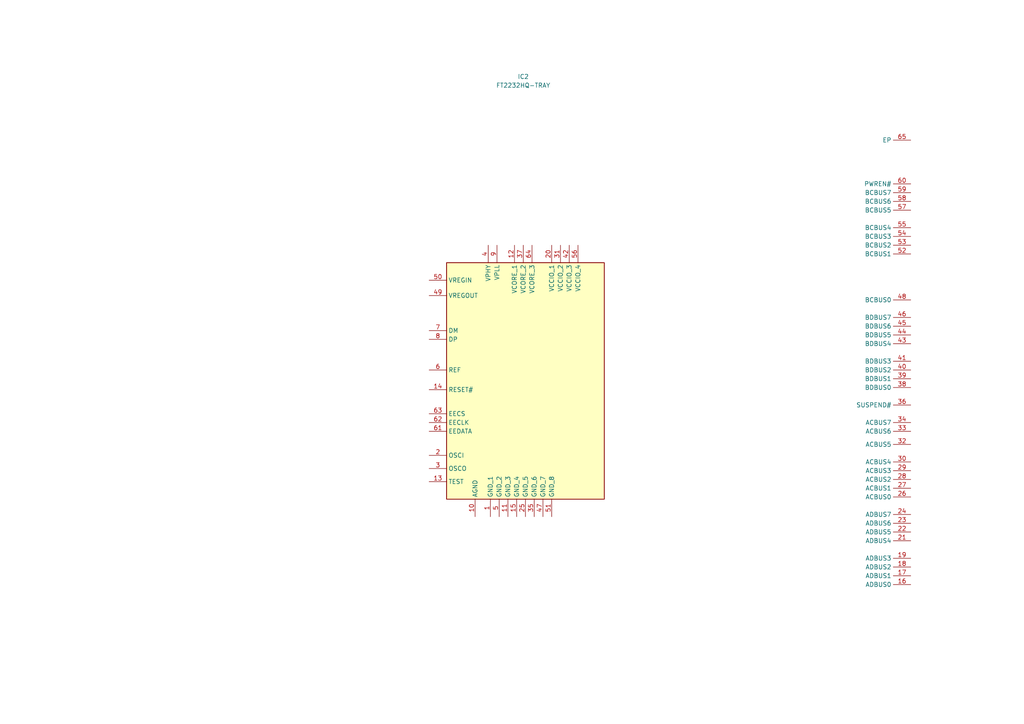
<source format=kicad_sch>
(kicad_sch (version 20230121) (generator eeschema)
  (paper "A4")
  (lib_symbols
    (symbol "SamacSys_Parts:FT2232HQ-TRAY"
      (property "Reference" "IC2" (at 27.305 69.215 0))
      (property "Value" "FT2232HQ-TRAY" (at 27.305 66.675 0))
      (symbol "FT2232HQ-TRAY_1_1"
        (rectangle (start 5.08 15.24) (end 50.8 -53.34) (stroke (width 0.254)) (fill (type background)))
        (pin passive line (at 17.78 -58.42 90) (length 5.08) (name "GND_1") (number "1"))
        (pin passive line (at 13.335 -58.42 90) (length 5.08) (name "AGND") (number "10"))
        (pin passive line (at 22.86 -58.42 90) (length 5.08) (name "GND_3") (number "11"))
        (pin passive line (at 24.765 20.32 270) (length 5.08) (name "VCORE_1") (number "12"))
        (pin passive line (at 0 -48.26 0) (length 5.08) (name "TEST") (number "13"))
        (pin passive line (at 0 -21.59 0) (length 5.08) (name "RESET#") (number "14"))
        (pin passive line (at 25.4 -58.42 90) (length 5.08) (name "GND_4") (number "15"))
        (pin passive line (at 139.7 -78.105 180) (length 5.08) (name "ADBUS0") (number "16"))
        (pin passive line (at 139.7 -75.565 180) (length 5.08) (name "ADBUS1") (number "17"))
        (pin passive line (at 139.7 -73.025 180) (length 5.08) (name "ADBUS2") (number "18"))
        (pin passive line (at 139.7 -70.485 180) (length 5.08) (name "ADBUS3") (number "19"))
        (pin passive line (at 0 -40.64 0) (length 5.08) (name "OSCI") (number "2"))
        (pin passive line (at 35.56 20.32 270) (length 5.08) (name "VCCIO_1") (number "20"))
        (pin passive line (at 139.7 -65.405 180) (length 5.08) (name "ADBUS4") (number "21"))
        (pin passive line (at 139.7 -62.865 180) (length 5.08) (name "ADBUS5") (number "22"))
        (pin passive line (at 139.7 -60.325 180) (length 5.08) (name "ADBUS6") (number "23"))
        (pin passive line (at 139.7 -57.785 180) (length 5.08) (name "ADBUS7") (number "24"))
        (pin passive line (at 27.94 -58.42 90) (length 5.08) (name "GND_5") (number "25"))
        (pin passive line (at 139.7 -52.705 180) (length 5.08) (name "ACBUS0") (number "26"))
        (pin passive line (at 139.7 -50.165 180) (length 5.08) (name "ACBUS1") (number "27"))
        (pin passive line (at 139.7 -47.625 180) (length 5.08) (name "ACBUS2") (number "28"))
        (pin passive line (at 139.7 -45.085 180) (length 5.08) (name "ACBUS3") (number "29"))
        (pin passive line (at 0 -44.45 0) (length 5.08) (name "OSCO") (number "3"))
        (pin passive line (at 139.7 -42.545 180) (length 5.08) (name "ACBUS4") (number "30"))
        (pin passive line (at 38.1 20.32 270) (length 5.08) (name "VCCIO_2") (number "31"))
        (pin passive line (at 139.7 -37.465 180) (length 5.08) (name "ACBUS5") (number "32"))
        (pin passive line (at 139.7 -33.655 180) (length 5.08) (name "ACBUS6") (number "33"))
        (pin passive line (at 139.7 -31.115 180) (length 5.08) (name "ACBUS7") (number "34"))
        (pin passive line (at 30.48 -58.42 90) (length 5.08) (name "GND_6") (number "35"))
        (pin passive line (at 139.7 -26.035 180) (length 5.08) (name "SUSPEND#") (number "36"))
        (pin passive line (at 27.305 20.32 270) (length 5.08) (name "VCORE_2") (number "37"))
        (pin passive line (at 139.7 -20.955 180) (length 5.08) (name "BDBUS0") (number "38"))
        (pin passive line (at 139.7 -18.415 180) (length 5.08) (name "BDBUS1") (number "39"))
        (pin passive line (at 17.145 20.32 270) (length 5.08) (name "VPHY") (number "4"))
        (pin passive line (at 139.7 -15.875 180) (length 5.08) (name "BDBUS2") (number "40"))
        (pin passive line (at 139.7 -13.335 180) (length 5.08) (name "BDBUS3") (number "41"))
        (pin passive line (at 40.64 20.32 270) (length 5.08) (name "VCCIO_3") (number "42"))
        (pin passive line (at 139.7 -8.255 180) (length 5.08) (name "BDBUS4") (number "43"))
        (pin passive line (at 139.7 -5.715 180) (length 5.08) (name "BDBUS5") (number "44"))
        (pin passive line (at 139.7 -3.175 180) (length 5.08) (name "BDBUS6") (number "45"))
        (pin passive line (at 139.7 -0.635 180) (length 5.08) (name "BDBUS7") (number "46"))
        (pin passive line (at 33.02 -58.42 90) (length 5.08) (name "GND_7") (number "47"))
        (pin passive line (at 139.7 4.445 180) (length 5.08) (name "BCBUS0") (number "48"))
        (pin passive line (at 0 5.715 0) (length 5.08) (name "VREGOUT") (number "49"))
        (pin passive line (at 20.32 -58.42 90) (length 5.08) (name "GND_2") (number "5"))
        (pin passive line (at 0 10.16 0) (length 5.08) (name "VREGIN") (number "50"))
        (pin passive line (at 35.56 -58.42 90) (length 5.08) (name "GND_8") (number "51"))
        (pin passive line (at 139.7 17.78 180) (length 5.08) (name "BCBUS1") (number "52"))
        (pin passive line (at 139.7 20.32 180) (length 5.08) (name "BCBUS2") (number "53"))
        (pin passive line (at 139.7 22.86 180) (length 5.08) (name "BCBUS3") (number "54"))
        (pin passive line (at 139.7 25.4 180) (length 5.08) (name "BCBUS4") (number "55"))
        (pin passive line (at 43.18 20.32 270) (length 5.08) (name "VCCIO_4") (number "56"))
        (pin passive line (at 139.7 30.48 180) (length 5.08) (name "BCBUS5") (number "57"))
        (pin passive line (at 139.7 33.02 180) (length 5.08) (name "BCBUS6") (number "58"))
        (pin passive line (at 139.7 35.56 180) (length 5.08) (name "BCBUS7") (number "59"))
        (pin passive line (at 0 -15.875 0) (length 5.08) (name "REF") (number "6"))
        (pin passive line (at 139.7 38.1 180) (length 5.08) (name "PWREN#") (number "60"))
        (pin passive line (at 0 -33.655 0) (length 5.08) (name "EEDATA") (number "61"))
        (pin passive line (at 0 -31.115 0) (length 5.08) (name "EECLK") (number "62"))
        (pin passive line (at 0 -28.575 0) (length 5.08) (name "EECS") (number "63"))
        (pin passive line (at 29.845 20.32 270) (length 5.08) (name "VCORE_3") (number "64"))
        (pin passive line (at 139.7 50.8 180) (length 5.08) (name "EP") (number "65"))
        (pin passive line (at 0 -4.445 0) (length 5.08) (name "DM") (number "7"))
        (pin passive line (at 0 -6.985 0) (length 5.08) (name "DP") (number "8"))
        (pin passive line (at 19.685 20.32 270) (length 5.08) (name "VPLL") (number "9"))
      )
    )
  )
  (symbol (lib_id "SamacSys_Parts:FT2232HQ-TRAY") (at 124.46 91.44 0) (unit 1)
    (property "Reference" "IC2" (at 151.765 22.225 0))
    (property "Value" "FT2232HQ-TRAY" (at 151.765 24.765 0))
    (property "Footprint" "QFN50P900X900X90-65N-D" (effects hide))
    (property "Datasheet" "http://www.ftdichip.com/Support/Documents/DataSheets/ICs/DS_FT2232H.pdf" (effects hide))
    (property "Height" "0.9" (effects hide))
    (property "Manufacturer_Name" "FTDI Chip" (effects hide))
    (property "Manufacturer_Part_Number" "FT2232HQ-TRAY" (effects hide))
    (property "Mouser Part Number" "895-FT2232HQ-TRAY" (effects hide))
    (property "Mouser Price/Stock" "https://www.mouser.co.uk/ProductDetail/FTDI/FT2232HQ-TRAY?qs=LsYZF85lA7ZMyJMNsQNh0A%3D%3D" (effects hide))
    (property "Arrow Part Number" "FT2232HQ-TRAY" (effects hide))
    (property "Arrow Price/Stock" "https://www.arrow.com/en/products/ft2232hq-tray/ftdi-chip" (effects hide))
  )
)
</source>
